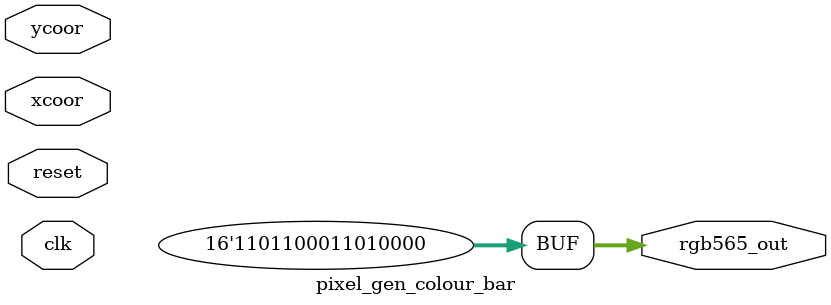
<source format=sv>
`timescale 1ns / 1ps

/*
purpose      : pixel test pattern generator for LCD-TFT display;
what         : colour bar;
note         : purely a combinational circuit, driven by another module: frame_counter
construction :
1. frame counter module specifies the (x,y) coordinate which represents the pixel
    location within the LCD;
2. this module uses this coordinate to generate the colour bar;

assumptions :
1. pixel generated is 16-bit wide in RGB565 format;
2. the scanning direction of the pixel generated is fixed; ?? TBA ??
 

*/
module pixel_gen_colour_bar
    #(parameter 
    BITS_PER_PIXEL = 16,    
    COUNTER_WIDTH = 10  // counter width from the frame counter
    )
    (
        // general;
        input logic clk,
        input logic reset,  // async;
        
        // input; 
        input logic [COUNTER_WIDTH:0] xcoor,
        input logic [COUNTER_WIDTH:0] ycoor,
        
        // output;
        output logic [BITS_PER_PIXEL-1:0] rgb565_out
    );
    
    
    always_comb begin
        // dummy value for now;
        rgb565_out = 16'hD8D0;        
    end
endmodule

</source>
